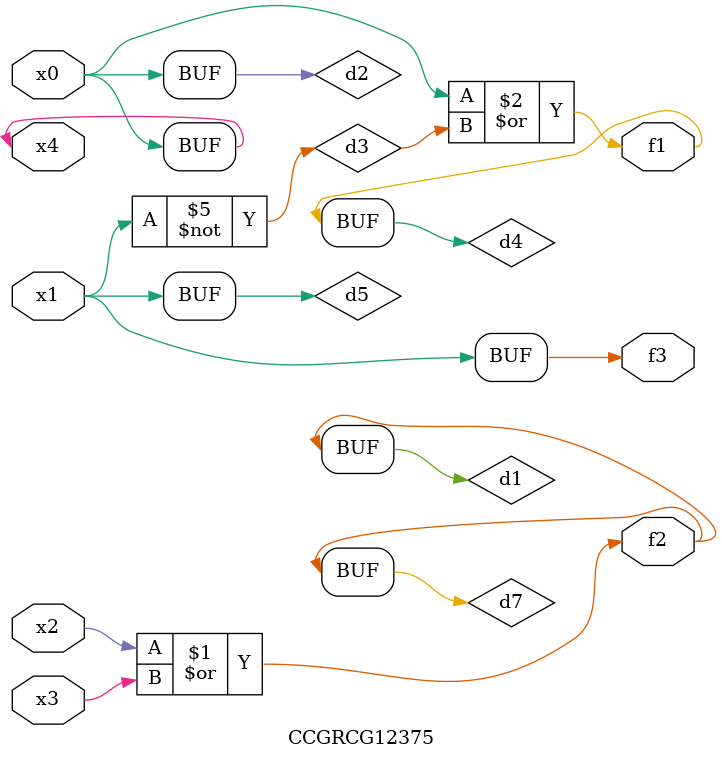
<source format=v>
module CCGRCG12375(
	input x0, x1, x2, x3, x4,
	output f1, f2, f3
);

	wire d1, d2, d3, d4, d5, d6, d7;

	or (d1, x2, x3);
	buf (d2, x0, x4);
	not (d3, x1);
	or (d4, d2, d3);
	not (d5, d3);
	nand (d6, d1, d3);
	or (d7, d1);
	assign f1 = d4;
	assign f2 = d7;
	assign f3 = d5;
endmodule

</source>
